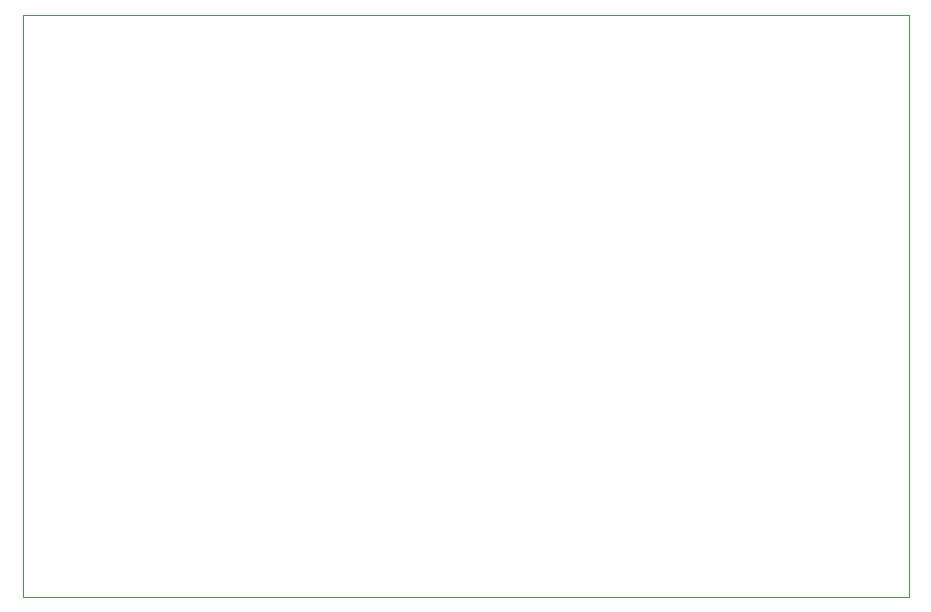
<source format=gm1>
G04 #@! TF.FileFunction,Profile,NP*
%FSLAX46Y46*%
G04 Gerber Fmt 4.6, Leading zero omitted, Abs format (unit mm)*
G04 Created by KiCad (PCBNEW 4.0.0-rc2-stable) date 3/19/2016 11:55:38 AM*
%MOMM*%
G01*
G04 APERTURE LIST*
%ADD10C,0.600000*%
%ADD11C,0.100000*%
G04 APERTURE END LIST*
D10*
D11*
X145567400Y-91592400D02*
X220567400Y-91592400D01*
X145567400Y-140887400D02*
X220567400Y-140887400D01*
X220567400Y-91592400D02*
X220567400Y-140887400D01*
X145567400Y-91592400D02*
X145567400Y-140887400D01*
M02*

</source>
